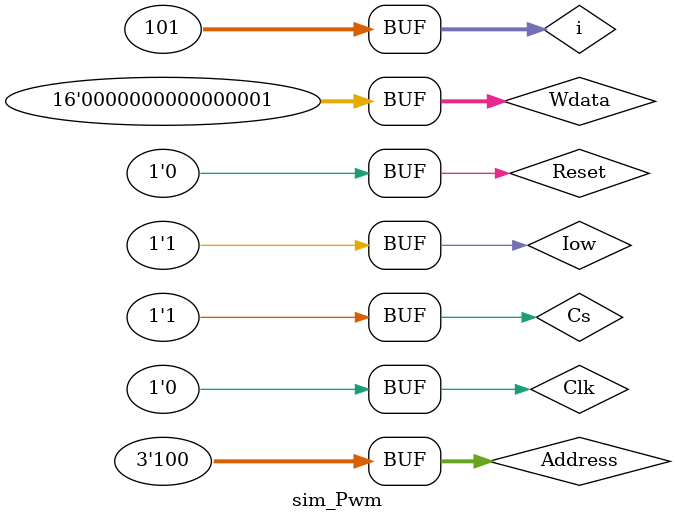
<source format=v>
`timescale 1ns / 1ps


module sim_Pwm(
    );
    reg Clk;
    reg Reset;
    reg [2:0]Address;
    reg Cs;
    reg Iow;
    reg [15:0]Wdata;
    wire Pwm;
    wire[15:0] MidValue_reg;
    wire[15:0] MaxValue_reg;
    wire[15:0] CurValue_reg;
    integer i;
    PWM pwm(Clk,Reset,Address,Cs,Iow,Wdata,Pwm,MidValue_reg,MaxValue_reg,CurValue_reg);
    
    always
    begin
        Clk=0;
        Reset=0;
        Cs=1;
        Iow=1;
        #5;
        Clk=1;
        Address=3'b000;//Ð´×î´óÖµ¼Ä´æÆ÷
        Wdata=10;
        #5;
        Clk=0;
        #5;
        Clk=1;
        Address=3'b010;//Ð´¶Ô±ÈÖµ¼Ä´æÆ÷
        Wdata=3;
        #5;
        Clk=0;
        #5;
        Clk=1;
        Address=3'b100;
        Wdata=1;
        #5;
        Clk=0;
        #5;
        for(i=0;i<=100;i=i+1)
        begin
            Clk=1;
            #5;
            Clk=0;
            #5;
        end
    end
endmodule

</source>
